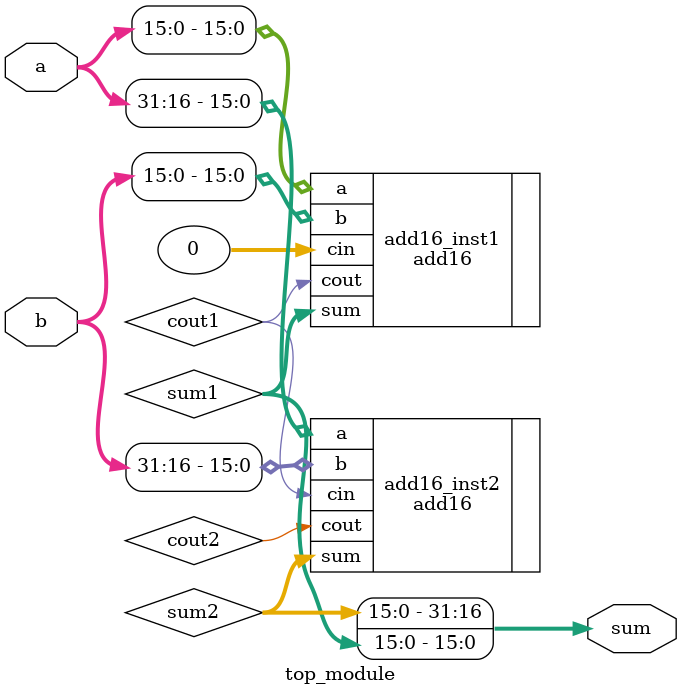
<source format=v>
module top_module(
    input [31:0] a,
    input [31:0] b,
    output [31:0] sum
);

    wire cout1, cout2;
    wire [15:0] sum1, sum2;

    add16 add16_inst1(
        .a(a[15:0]),
        .b(b[15:0]),
        .cin(0),
        .sum(sum1),
        .cout(cout1)
    );

    add16 add16_inst2(
        .a(a[31:16]),
        .b(b[31:16]),
        .cin(cout1),
        .sum(sum2),
        .cout(cout2)
    );

    assign sum = {sum2, sum1};

endmodule
</source>
